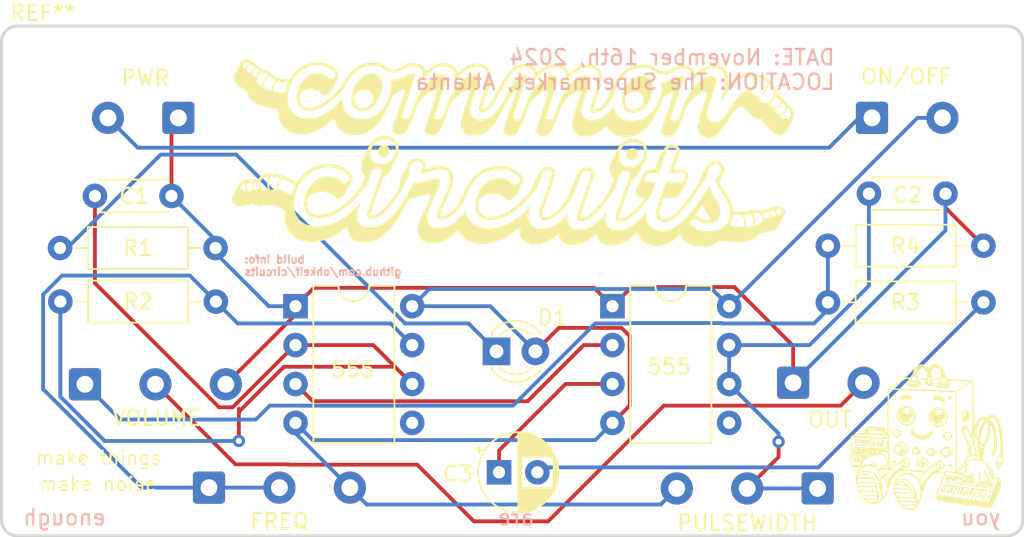
<source format=kicad_pcb>
(kicad_pcb (version 20211014) (generator pcbnew)
  (layers (0 "F.Cu" signal) (31 "B.Cu" signal) (34 "B.Paste" user) (35 "F.Paste" user) (36 "B.SilkS" user "B.Silkscreen") (37 "F.SilkS" user "F.Silkscreen") (38 "B.Mask" user) (39 "F.Mask" user) (44 "Edge.Cuts" user))
  (net 0 "")
  (net 1 "GND")
  (net 2 "Net-(D1-Pad1)")
  (net 3 "/PWR")
  (net 4 "+9V")
  (net 5 "Net-(C1-Pad2)")
  (net 6 "Net-(FREQ1-Pad2)")
  (net 7 "Net-(J1-PadT)")
  (net 8 "Net-(J2-PadT)")
  (net 9 "Net-(J4-PadT)")
  (net 10 "Net-(R3-Pad2)")
  (net 11 "Net-(U1-Pad3)")
  (net 12 "Net-(PULSEWIDTH1-Pad1)")
  (net 13 "Net-(U2-Pad3)")
  (net 14 "Net-(R3-Pad1)")
  (footprint "Resistor_THT:R_Axial_DIN0207_L6.3mm_D2.5mm_P10.16mm_Horizontal" (layer "F.Cu") (at 157.43 78.05 180)
    (fp_text reference "R3" (at 5.08 0) (layer "F.SilkS"))
    (fp_text value "10K" hide)
    (pad "1" thru_hole circle (at 0 0 180) (size 1.6 1.6) (drill 0.8) (layers *.Cu *.Mask) (net 14 "Net-(R3-Pad1)"))
    (pad "2" thru_hole oval (at 10.16 0 180) (size 1.6 1.6) (drill 0.8) (layers *.Cu *.Mask) (net 10 "Net-(R3-Pad2)"))
  )
  (footprint "Connector_Wire:SolderWire-0.5sqmm_1x03_P4.6mm_D0.9mm_OD2.1mm" (layer "F.Cu") (at 98.75 83.4)
    (fp_text reference "VOLUME" (at 4.7 2.2) (layer "F.SilkS"))
    (fp_text value "5K" hide)
    (pad "1" thru_hole roundrect (at 0 0) (size 2.1 2.1) (drill 1.1) (layers *.Cu *.Mask) (roundrect_rratio 0.1190480952) (net 10 "Net-(R3-Pad2)"))
    (pad "2" thru_hole circle (at 4.6 0) (size 2.1 2.1) (drill 1.1) (layers *.Cu *.Mask) (net 9 "Net-(J4-PadT)"))
    (pad "3" thru_hole circle (at 9.2 0) (size 2.1 2.1) (drill 1.1) (layers *.Cu *.Mask) (net 1 "GND"))
  )
  (footprint "Connector_Wire:SolderWire-0.5sqmm_1x02_P4.6mm_D0.9mm_OD2.1mm" (layer "F.Cu") (at 145 83.3)
    (fp_text reference "OUT" (at 2.4 2.4) (layer "F.SilkS"))
    (fp_text value "Audio Out" hide)
    (pad "S" thru_hole roundrect (at 0 0) (size 2.1 2.1) (drill 1.1) (layers *.Cu *.Mask) (roundrect_rratio 0.1190480952) (net 1 "GND"))
    (pad "T" thru_hole circle (at 4.6 0) (size 2.1 2.1) (drill 1.1) (layers *.Cu *.Mask) (net 9 "Net-(J4-PadT)"))
  )
  (footprint "Connector_Wire:SolderWire-0.5sqmm_1x02_P4.6mm_D0.9mm_OD2.1mm" (layer "F.Cu") (at 150.15 66)
    (fp_text reference "ON/OFF" (at 2.25 -2.7) (layer "F.SilkS"))
    (fp_text value "ON/OFF" hide)
    (pad "1" thru_hole roundrect (at 0 0) (size 2.1 2.1) (drill 1.1) (layers *.Cu *.Mask) (roundrect_rratio 0.1190480952) (net 4 "+9V"))
    (pad "2" thru_hole circle (at 4.6 0) (size 2.1 2.1) (drill 1.1) (layers *.Cu *.Mask) (net 3 "/PWR"))
  )
  (footprint "Package_DIP:DIP-8_W7.62mm" (layer "F.Cu") (at 133.2 78.3)
    (fp_text reference "U2" hide)
    (fp_text value "555" (at 3.7 3.95) (layer "F.SilkS"))
    (pad "1" thru_hole rect (at 0 0) (size 1.6 1.6) (drill 0.8) (layers *.Cu *.Mask) (net 1 "GND"))
    (pad "2" thru_hole oval (at 0 2.54) (size 1.6 1.6) (drill 0.8) (layers *.Cu *.Mask) (net 11 "Net-(U1-Pad3)"))
    (pad "3" thru_hole oval (at 0 5.08) (size 1.6 1.6) (drill 0.8) (layers *.Cu *.Mask) (net 13 "Net-(U2-Pad3)"))
    (pad "4" thru_hole oval (at 0 7.62) (size 1.6 1.6) (drill 0.8) (layers *.Cu *.Mask) (net 3 "/PWR"))
    (pad "5" thru_hole oval (at 7.62 7.62) (size 1.6 1.6) (drill 0.8) (layers *.Cu *.Mask) (net 8 "Net-(J2-PadT)"))
    (pad "6" thru_hole oval (at 7.62 5.08) (size 1.6 1.6) (drill 0.8) (layers *.Cu *.Mask) (net 12 "Net-(PULSEWIDTH1-Pad1)"))
    (pad "7" thru_hole oval (at 7.62 2.54) (size 1.6 1.6) (drill 0.8) (layers *.Cu *.Mask) (net 12 "Net-(PULSEWIDTH1-Pad1)"))
    (pad "8" thru_hole oval (at 7.62 0) (size 1.6 1.6) (drill 0.8) (layers *.Cu *.Mask) (net 3 "/PWR"))
  )
  (footprint "Resistor_THT:R_Axial_DIN0207_L6.3mm_D2.5mm_P10.16mm_Horizontal" (layer "F.Cu") (at 157.43 74.35 180)
    (fp_text reference "R4" (at 5.08 0) (layer "F.SilkS"))
    (fp_text value "4.7K" hide)
    (pad "1" thru_hole circle (at 0 0 180) (size 1.6 1.6) (drill 0.8) (layers *.Cu *.Mask) (net 1 "GND"))
    (pad "2" thru_hole oval (at 10.16 0 180) (size 1.6 1.6) (drill 0.8) (layers *.Cu *.Mask) (net 10 "Net-(R3-Pad2)"))
  )
  (footprint "Capacitor_THT:C_Disc_D4.3mm_W1.9mm_P5.00mm" (layer "F.Cu") (at 154.95 70.95 180)
    (fp_text reference "C2" (at 2.5 -0.1) (layer "F.SilkS"))
    (fp_text value "0.1uf" hide)
    (pad "1" thru_hole circle (at 0 0 180) (size 1.6 1.6) (drill 0.8) (layers *.Cu *.Mask) (net 1 "GND"))
    (pad "2" thru_hole circle (at 5 0 180) (size 1.6 1.6) (drill 0.8) (layers *.Cu *.Mask) (net 12 "Net-(PULSEWIDTH1-Pad1)"))
  )
  (footprint "a_images:Untitled" (layer "F.Cu") (at 153.75 86.85)
    (fp_text reference "G***" hide)
    (fp_text value "LOGO" hide)
  )
  (footprint "Resistor_THT:R_Axial_DIN0207_L6.3mm_D2.5mm_P10.16mm_Horizontal" (layer "F.Cu") (at 107.3 78 180)
    (fp_text reference "R2" (at 5.08 0) (layer "F.SilkS"))
    (fp_text value "1K" hide)
    (pad "1" thru_hole circle (at 0 0 180) (size 1.6 1.6) (drill 0.8) (layers *.Cu *.Mask) (net 6 "Net-(FREQ1-Pad2)"))
    (pad "2" thru_hole oval (at 10.16 0 180) (size 1.6 1.6) (drill 0.8) (layers *.Cu *.Mask) (net 5 "Net-(C1-Pad2)"))
  )
  (footprint "Connector_Wire:SolderWire-0.5sqmm_1x03_P4.6mm_D0.9mm_OD2.1mm" (layer "F.Cu") (at 146.6 90.2 180)
    (fp_text reference "PULSEWIDTH" (at 4.6 -2.25) (layer "F.SilkS"))
    (fp_text value "1M" hide)
    (pad "1" thru_hole roundrect (at 0 0 180) (size 2.1 2.1) (drill 1.1) (layers *.Cu *.Mask) (roundrect_rratio 0.1190480952) (net 12 "Net-(PULSEWIDTH1-Pad1)"))
    (pad "2" thru_hole circle (at 4.6 0 180) (size 2.1 2.1) (drill 1.1) (layers *.Cu *.Mask) (net 12 "Net-(PULSEWIDTH1-Pad1)"))
    (pad "3" thru_hole circle (at 9.2 0 180) (size 2.1 2.1) (drill 1.1) (layers *.Cu *.Mask) (net 3 "/PWR"))
  )
  (footprint "Capacitor_THT:CP_Radial_D5.0mm_P2.50mm" (layer "F.Cu") (at 125.794888 89.15)
    (fp_text reference "C3" (at -2.694888 0.1) (layer "F.SilkS"))
    (fp_text value "10uf" hide)
    (pad "1" thru_hole rect (at 0 0) (size 1.6 1.6) (drill 0.8) (layers *.Cu *.Mask) (net 13 "Net-(U2-Pad3)"))
    (pad "2" thru_hole circle (at 2.5 0) (size 1.6 1.6) (drill 0.8) (layers *.Cu *.Mask) (net 14 "Net-(R3-Pad1)"))
  )
  (footprint "a_images:cc_logo_med" (layer "F.Cu") (at 126.7 68.3)
    (fp_text reference "G***" hide)
    (fp_text value "LOGO" hide)
  )
  (footprint "Connector_Wire:SolderWire-0.5sqmm_1x02_P4.6mm_D0.9mm_OD2.1mm" (layer "F.Cu") (at 104.85 66 180)
    (fp_text reference "PWR" (at 2.15 2.6) (layer "F.SilkS"))
    (fp_text value "DC IN" hide)
    (pad "1" thru_hole roundrect (at 0 0 180) (size 2.1 2.1) (drill 1.1) (layers *.Cu *.Mask) (roundrect_rratio 0.1190480952) (net 1 "GND"))
    (pad "2" thru_hole circle (at 4.6 0 180) (size 2.1 2.1) (drill 1.1) (layers *.Cu *.Mask) (net 4 "+9V"))
  )
  (footprint "Resistor_THT:R_Axial_DIN0207_L6.3mm_D2.5mm_P10.16mm_Horizontal" (layer "F.Cu") (at 107.28 74.5 180)
    (fp_text reference "R1" (at 5.08 0) (layer "F.SilkS"))
    (fp_text value "1K" hide)
    (pad "1" thru_hole circle (at 0 0 180) (size 1.6 1.6) (drill 0.8) (layers *.Cu *.Mask) (net 1 "GND"))
    (pad "2" thru_hole oval (at 10.16 0 180) (size 1.6 1.6) (drill 0.8) (layers *.Cu *.Mask) (net 2 "Net-(D1-Pad1)"))
  )
  (footprint "Capacitor_THT:C_Disc_D4.3mm_W1.9mm_P5.00mm" (layer "F.Cu") (at 104.4 71.1 180)
    (fp_text reference "C1" (at 2.45 0 180) (layer "F.SilkS"))
    (fp_text value "0.01uf" hide)
    (pad "1" thru_hole circle (at 0 0 180) (size 1.6 1.6) (drill 0.8) (layers *.Cu *.Mask) (net 1 "GND"))
    (pad "2" thru_hole circle (at 5 0 180) (size 1.6 1.6) (drill 0.8) (layers *.Cu *.Mask) (net 5 "Net-(C1-Pad2)"))
  )
  (footprint "MountingHole:MountingHole_2.5mm" (layer "F.Cu") (at 96 62.65)
    (fp_text reference "REF**" (at 0 -3.5) (layer "F.SilkS"))
    (fp_text value "MountingHole_2.5mm" hide)
    (pad "" np_thru_hole circle (at 0 0) (size 2.5 2.5) (drill 2.5) (layers *.Cu *.Mask))
  )
  (footprint "Package_DIP:DIP-8_W7.62mm" (layer "F.Cu") (at 112.5 78.3)
    (fp_text reference "U1" hide)
    (fp_text value "555" (at 3.75 4.15) (layer "F.SilkS"))
    (pad "1" thru_hole rect (at 0 0) (size 1.6 1.6) (drill 0.8) (layers *.Cu *.Mask) (net 1 "GND"))
    (pad "2" thru_hole oval (at 0 2.54) (size 1.6 1.6) (drill 0.8) (layers *.Cu *.Mask) (net 5 "Net-(C1-Pad2)"))
    (pad "3" thru_hole oval (at 0 5.08) (size 1.6 1.6) (drill 0.8) (layers *.Cu *.Mask) (net 11 "Net-(U1-Pad3)"))
    (pad "4" thru_hole oval (at 0 7.62) (size 1.6 1.6) (drill 0.8) (layers *.Cu *.Mask) (net 3 "/PWR"))
    (pad "5" thru_hole oval (at 7.62 7.62) (size 1.6 1.6) (drill 0.8) (layers *.Cu *.Mask) (net 7 "Net-(J1-PadT)"))
    (pad "6" thru_hole oval (at 7.62 5.08) (size 1.6 1.6) (drill 0.8) (layers *.Cu *.Mask) (net 5 "Net-(C1-Pad2)"))
    (pad "7" thru_hole oval (at 7.62 2.54) (size 1.6 1.6) (drill 0.8) (layers *.Cu *.Mask) (net 6 "Net-(FREQ1-Pad2)"))
    (pad "8" thru_hole oval (at 7.62 0) (size 1.6 1.6) (drill 0.8) (layers *.Cu *.Mask) (net 3 "/PWR"))
  )
  (footprint "Connector_Wire:SolderWire-0.5sqmm_1x03_P4.6mm_D0.9mm_OD2.1mm" (layer "F.Cu") (at 106.85 90.15)
    (fp_text reference "FREQ" (at 4.6 2.2) (layer "F.SilkS"))
    (fp_text value "1M" hide)
    (pad "1" thru_hole roundrect (at 0 0) (size 2.1 2.1) (drill 1.1) (layers *.Cu *.Mask) (roundrect_rratio 0.1190480952) (net 6 "Net-(FREQ1-Pad2)"))
    (pad "2" thru_hole circle (at 4.6 0) (size 2.1 2.1) (drill 1.1) (layers *.Cu *.Mask) (net 6 "Net-(FREQ1-Pad2)"))
    (pad "3" thru_hole circle (at 9.2 0) (size 2.1 2.1) (drill 1.1) (layers *.Cu *.Mask) (net 3 "/PWR"))
  )
  (footprint "LED_THT:LED_D3.0mm" (layer "F.Cu") (at 125.625 81.25)
    (fp_text reference "D1" (at 3.675 -2.2) (layer "F.SilkS"))
    (fp_text value "LED")
    (pad "1" thru_hole rect (at 0 0) (size 1.8 1.8) (drill 0.9) (layers *.Cu *.Mask) (net 2 "Net-(D1-Pad1)"))
    (pad "2" thru_hole circle (at 2.54 0) (size 1.8 1.8) (drill 0.9) (layers *.Cu *.Mask) (net 3 "/PWR"))
  )
  (gr_arc (start 158.95 60) (mid 159.680065 60.284682) (end 160 61) (layer "Edge.Cuts") (width 0.2))
  (gr_arc (start 160 92.35) (mid 159.68107 93.0156) (end 159 93.3) (layer "Edge.Cuts") (width 0.2))
  (gr_line (start 93.3 61.05) (end 93.3 92.3) (layer "Edge.Cuts") (width 0.2))
  (gr_line (start 158.95 60) (end 94.3 60) (layer "Edge.Cuts") (width 0.2))
  (gr_line (start 94.35 93.3) (end 159 93.3) (layer "Edge.Cuts") (width 0.2))
  (gr_line (start 160 92.35) (end 160 61) (layer "Edge.Cuts") (width 0.2))
  (gr_arc (start 94.35 93.3) (mid 93.619935 93.015318) (end 93.3 92.3) (layer "Edge.Cuts") (width 0.2))
  (gr_arc (start 93.3 61.05) (mid 93.584682 60.319935) (end 94.3 60) (layer "Edge.Cuts") (width 0.2))
  (gr_text "you" (at 157.25 92.1) (layer "B.SilkS") (effects (font (size 1 1)) (justify mirror)))
  (gr_text "are" (at 126.9 92.1) (layer "B.SilkS") (effects (font (size 1 1)) (justify mirror)))
  (gr_text "DATE: November 16th, 2024\nLOCATION: The Supermarket, Atlanta" (at 147.8 62.85) (layer "B.SilkS") (effects (font (size 1 1)) (justify left mirror)))
  (gr_text "build info:\ngithub.com/ohkeif/circuits" (at 109.1 75.65) (layer "B.SilkS") (effects (font (size 0.5 0.5) (thickness 0.125)) (justify right mirror)))
  (gr_text "enough" (at 97.4 92.1) (layer "B.SilkS") (effects (font (size 1 1)) (justify mirror)))
  (gr_text "make things" (at 99.65 88.2) (layer "F.SilkS") (effects (font (size 0.89 0.89) (thickness 0.12))))
  (gr_text "make noise" (at 99.6 89.9) (layer "F.SilkS") (effects (font (size 0.89 0.89) (thickness 0.12))))
  (segment (start 112.5 78.85) (end 112.5 78.3) (width 0.25) (layer "F.Cu") (net 1))
  (segment (start 113.7 77.1) (end 132 77.1) (width 0.25) (layer "F.Cu") (net 1))
  (segment (start 145 80.8897) (end 141.1603 77.05) (width 0.25) (layer "F.Cu") (net 1))
  (segment (start 141.1603 77.05) (end 134.45 77.05) (width 0.25) (layer "F.Cu") (net 1))
  (segment (start 145 83.3) (end 145 80.8897) (width 0.25) (layer "F.Cu") (net 1))
  (segment (start 157.43 74.35) (end 154.95 71.87) (width 0.25) (layer "F.Cu") (net 1))
  (segment (start 104.85 66) (end 104.4 66.45) (width 0.25) (layer "F.Cu") (net 1))
  (segment (start 112.5 78.3) (end 113.7 77.1) (width 0.25) (layer "F.Cu") (net 1))
  (segment (start 132 77.1) (end 133.2 78.3) (width 0.25) (layer "F.Cu") (net 1))
  (segment (start 107.95 83.4) (end 112.5 78.85) (width 0.25) (layer "F.Cu") (net 1))
  (segment (start 134.45 77.05) (end 133.2 78.3) (width 0.25) (layer "F.Cu") (net 1))
  (segment (start 104.4 66.45) (end 104.4 71.1) (width 0.25) (layer "F.Cu") (net 1))
  (segment (start 154.95 71.87) (end 154.95 70.95) (width 0.25) (layer "F.Cu") (net 1))
  (segment (start 107.28 74.83) (end 107.28 74.5) (width 0.25) (layer "B.Cu") (net 1))
  (segment (start 104.4 71.1) (end 107.28 73.98) (width 0.25) (layer "B.Cu") (net 1))
  (segment (start 154.95 70.95) (end 154.95 73.35) (width 0.25) (layer "B.Cu") (net 1))
  (segment (start 107.28 73.98) (end 107.28 74.5) (width 0.25) (layer "B.Cu") (net 1))
  (segment (start 110.75 78.3) (end 107.28 74.83) (width 0.25) (layer "B.Cu") (net 1))
  (segment (start 154.95 73.35) (end 145 83.3) (width 0.25) (layer "B.Cu") (net 1))
  (segment (start 112.5 78.3) (end 110.75 78.3) (width 0.25) (layer "B.Cu") (net 1))
  (segment (start 119.654211 79.424511) (end 123.799511 79.424511) (width 0.25) (layer "B.Cu") (net 2))
  (segment (start 97.5903 74.5) (end 103.69078 68.39952) (width 0.25) (layer "B.Cu") (net 2))
  (segment (start 123.799511 79.424511) (end 125.625 81.25) (width 0.25) (layer "B.Cu") (net 2))
  (segment (start 108.62922 68.39952) (end 119.654211 79.424511) (width 0.25) (layer "B.Cu") (net 2))
  (segment (start 97.12 74.5) (end 97.5903 74.5) (width 0.25) (layer "B.Cu") (net 2))
  (segment (start 103.69078 68.39952) (end 108.62922 68.39952) (width 0.25) (layer "B.Cu") (net 2))
  (segment (start 133.790978 79.715489) (end 129.699511 79.715489) (width 0.25) (layer "F.Cu") (net 3))
  (segment (start 134.324511 84.795489) (end 134.324511 80.249022) (width 0.25) (layer "F.Cu") (net 3))
  (segment (start 129.699511 79.715489) (end 128.165 81.25) (width 0.25) (layer "F.Cu") (net 3))
  (segment (start 134.324511 80.249022) (end 133.790978 79.715489) (width 0.25) (layer "F.Cu") (net 3))
  (segment (start 133.2 85.92) (end 134.324511 84.795489) (width 0.25) (layer "F.Cu") (net 3))
  (segment (start 139.695489 77.175489) (end 121.244511 77.175489) (width 0.25) (layer "B.Cu") (net 3))
  (segment (start 136.35 91.25) (end 117.15 91.25) (width 0.25) (layer "B.Cu") (net 3))
  (segment (start 113.624511 87.044511) (end 132.075489 87.044511) (width 0.25) (layer "B.Cu") (net 3))
  (segment (start 140.82 78.3) (end 139.695489 77.175489) (width 0.25) (layer "B.Cu") (net 3))
  (segment (start 112.5 86.6) (end 112.5 85.92) (width 0.25) (layer "B.Cu") (net 3))
  (segment (start 128.165 81.25) (end 125.215 78.3) (width 0.25) (layer "B.Cu") (net 3))
  (segment (start 153.12 66) (end 140.82 78.3) (width 0.25) (layer "B.Cu") (net 3))
  (segment (start 112.5 85.92) (end 113.624511 87.044511) (width 0.25) (layer "B.Cu") (net 3))
  (segment (start 116.05 90.15) (end 112.5 86.6) (width 0.25) (layer "B.Cu") (net 3))
  (segment (start 132.075489 87.044511) (end 133.2 85.92) (width 0.25) (layer "B.Cu") (net 3))
  (segment (start 117.15 91.25) (end 116.05 90.15) (width 0.25) (layer "B.Cu") (net 3))
  (segment (start 154.75 66) (end 153.12 66) (width 0.25) (layer "B.Cu") (net 3))
  (segment (start 137.4 90.2) (end 136.35 91.25) (width 0.25) (layer "B.Cu") (net 3))
  (segment (start 125.215 78.3) (end 120.12 78.3) (width 0.25) (layer "B.Cu") (net 3))
  (segment (start 121.244511 77.175489) (end 120.12 78.3) (width 0.25) (layer "B.Cu") (net 3))
  (segment (start 149.3 66) (end 147.35 67.95) (width 0.25) (layer "B.Cu") (net 4))
  (segment (start 150.15 66) (end 149.3 66) (width 0.25) (layer "B.Cu") (net 4))
  (segment (start 147.35 67.95) (end 102.2 67.95) (width 0.25) (layer "B.Cu") (net 4))
  (segment (start 102.2 67.95) (end 100.25 66) (width 0.25) (layer "B.Cu") (net 4))
  (segment (start 108.85 85.15) (end 111.744511 82.255489) (width 0.25) (layer "F.Cu") (net 5))
  (segment (start 108.4 84.9) (end 112.46 80.84) (width 0.25) (layer "F.Cu") (net 5))
  (segment (start 108.8 87.1) (end 108.8 85) (width 0.25) (layer "F.Cu") (net 5))
  (segment (start 117.58 80.84) (end 120.12 83.38) (width 0.25) (layer "F.Cu") (net 5))
  (segment (start 99.4 76.793853) (end 107.506147 84.9) (width 0.25) (layer "F.Cu") (net 5))
  (segment (start 99.4 71.1) (end 99.4 76.793853) (width 0.25) (layer "F.Cu") (net 5))
  (segment (start 112.46 80.84) (end 112.5 80.84) (width 0.25) (layer "F.Cu") (net 5))
  (segment (start 111.744511 82.255489) (end 118.995489 82.255489) (width 0.25) (layer "F.Cu") (net 5))
  (segment (start 112.5 80.84) (end 117.58 80.84) (width 0.25) (layer "F.Cu") (net 5))
  (segment (start 107.506147 84.9) (end 108.4 84.9) (width 0.25) (layer "F.Cu") (net 5))
  (via (at 108.8 87.1) (size 0.8) (drill 0.4) (layers "F.Cu" "B.Cu") (net 5))
  (segment (start 97.14 78) (end 97.14 84.202493) (width 0.25) (layer "B.Cu") (net 5))
  (segment (start 100.037507 87.1) (end 108.8 87.1) (width 0.25) (layer "B.Cu") (net 5))
  (segment (start 97.14 84.202493) (end 100.037507 87.1) (width 0.25) (layer "B.Cu") (net 5))
  (segment (start 105.6 76.3) (end 107.3 78) (width 0.25) (layer "B.Cu") (net 6))
  (segment (start 96.015489 83.7137) (end 96.015489 77.534211) (width 0.25) (layer "B.Cu") (net 6))
  (segment (start 96.015489 77.534211) (end 97.2497 76.3) (width 0.25) (layer "B.Cu") (net 6))
  (segment (start 118.704511 79.424511) (end 120.12 80.84) (width 0.25) (layer "B.Cu") (net 6))
  (segment (start 102.451789 90.15) (end 96.015489 83.7137) (width 0.25) (layer "B.Cu") (net 6))
  (segment (start 102.451789 90.15) (end 111.45 90.15) (width 0.25) (layer "B.Cu") (net 6))
  (segment (start 97.2497 76.3) (end 105.6 76.3) (width 0.25) (layer "B.Cu") (net 6))
  (segment (start 108.724511 79.424511) (end 118.704511 79.424511) (width 0.25) (layer "B.Cu") (net 6))
  (segment (start 107.3 78) (end 108.724511 79.424511) (width 0.25) (layer "B.Cu") (net 6))
  (segment (start 129 92.35) (end 136.554511 84.795489) (width 0.25) (layer "F.Cu") (net 9))
  (segment (start 124.15 92.35) (end 129 92.35) (width 0.25) (layer "F.Cu") (net 9))
  (segment (start 103.35 83.4) (end 108.575489 88.625489) (width 0.25) (layer "F.Cu") (net 9))
  (segment (start 148.104511 84.795489) (end 149.6 83.3) (width 0.25) (layer "F.Cu") (net 9))
  (segment (start 112.043853 88.65) (end 120.45 88.65) (width 0.25) (layer "F.Cu") (net 9))
  (segment (start 112.019342 88.625489) (end 112.043853 88.65) (width 0.25) (layer "F.Cu") (net 9))
  (segment (start 120.45 88.65) (end 124.15 92.35) (width 0.25) (layer "F.Cu") (net 9))
  (segment (start 108.575489 88.625489) (end 112.019342 88.625489) (width 0.25) (layer "F.Cu") (net 9))
  (segment (start 136.554511 84.795489) (end 148.104511 84.795489) (width 0.25) (layer "F.Cu") (net 9))
  (segment (start 112.9703 84.8) (end 119.6497 84.8) (width 0.25) (layer "B.Cu") (net 10))
  (segment (start 119.654211 84.795489) (end 126.704511 84.795489) (width 0.25) (layer "B.Cu") (net 10))
  (segment (start 146.365789 79.424511) (end 147.27 78.5203) (width 0.25) (layer "B.Cu") (net 10))
  (segment (start 98.75 83.4) (end 101.05 85.7) (width 0.25) (layer "B.Cu") (net 10))
  (segment (start 101.05 85.7) (end 109.912026 85.7) (width 0.25) (layer "B.Cu") (net 10))
  (segment (start 134.324511 79.424511) (end 134.324511 79.4) (width 0.25) (layer "B.Cu") (net 10))
  (segment (start 140.354211 79.424511) (end 146.365789 79.424511) (width 0.25) (layer "B.Cu") (net 10))
  (segment (start 110.816537 84.795489) (end 112.965789 84.795489) (width 0.25) (layer "B.Cu") (net 10))
  (segment (start 134.324511 79.4) (end 140.3297 79.4) (width 0.25) (layer "B.Cu") (net 10))
  (segment (start 119.6497 84.8) (end 119.654211 84.795489) (width 0.25) (layer "B.Cu") (net 10))
  (segment (start 147.27 78.05) (end 147.27 74.35) (width 0.25) (layer "B.Cu") (net 10))
  (segment (start 140.3297 79.4) (end 140.354211 79.424511) (width 0.25) (layer "B.Cu") (net 10))
  (segment (start 132.075489 79.424511) (end 134.324511 79.424511) (width 0.25) (layer "B.Cu") (net 10))
  (segment (start 109.912026 85.7) (end 110.816537 84.795489) (width 0.25) (layer "B.Cu") (net 10))
  (segment (start 112.965789 84.795489) (end 112.9703 84.8) (width 0.25) (layer "B.Cu") (net 10))
  (segment (start 147.27 78.5203) (end 147.27 78.05) (width 0.25) (layer "B.Cu") (net 10))
  (segment (start 126.704511 84.795489) (end 132.075489 79.424511) (width 0.25) (layer "B.Cu") (net 10))
  (segment (start 112.5 83.38) (end 113.624511 84.504511) (width 0.25) (layer "F.Cu") (net 11))
  (segment (start 113.624511 84.504511) (end 127.659771 84.504511) (width 0.25) (layer "F.Cu") (net 11))
  (segment (start 127.659771 84.504511) (end 131.324282 80.84) (width 0.25) (layer "F.Cu") (net 11))
  (segment (start 131.324282 80.84) (end 133.2 80.84) (width 0.25) (layer "F.Cu") (net 11))
  (segment (start 144.05 87.15) (end 144.05 88.15) (width 0.25) (layer "F.Cu") (net 12))
  (segment (start 144.05 88.15) (end 142 90.2) (width 0.25) (layer "F.Cu") (net 12))
  (via (at 144.05 87.15) (size 0.8) (drill 0.4) (layers "F.Cu" "B.Cu") (net 12))
  (segment (start 140.82 83.38) (end 144.05 86.61) (width 0.25) (layer "B.Cu") (net 12))
  (segment (start 140.82 83.38) (end 140.82 80.84) (width 0.25) (layer "B.Cu") (net 12))
  (segment (start 146.0703 80.84) (end 140.82 80.84) (width 0.25) (layer "B.Cu") (net 12))
  (segment (start 142 90.2) (end 146.6 90.2) (width 0.25) (layer "B.Cu") (net 12))
  (segment (start 149.95 76.9603) (end 146.0703 80.84) (width 0.25) (layer "B.Cu") (net 12))
  (segment (start 144.05 86.61) (end 144.05 87.15) (width 0.25) (layer "B.Cu") (net 12))
  (segment (start 149.95 70.95) (end 149.95 76.9603) (width 0.25) (layer "B.Cu") (net 12))
  (segment (start 130.137859 83.38) (end 125.794888 87.722971) (width 0.25) (layer "F.Cu") (net 13))
  (segment (start 133.2 83.38) (end 130.137859 83.38) (width 0.25) (layer "F.Cu") (net 13))
  (segment (start 125.794888 87.722971) (end 125.794888 89.15) (width 0.25) (layer "F.Cu") (net 13))
  (segment (start 146.65452 88.82548) (end 128.619408 88.82548) (width 0.25) (layer "B.Cu") (net 14))
  (segment (start 157.43 78.05) (end 146.65452 88.82548) (width 0.25) (layer "B.Cu") (net 14))
  (segment (start 128.619408 88.82548) (end 128.294888 89.15) (width 0.25) (layer "B.Cu") (net 14))
)
</source>
